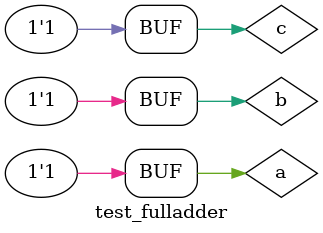
<source format=v>
`timescale 1ns / 1ps


module test_fulladder();
    reg a,b,c;
    wire sumPOS, carryPOS;
    
    POS_fullAdder ckt (a,b,c,sumPOS,carryPOS);
    SOP_fullAdder ckt2 (a,b,c,sumSOP,carrySOP);
    initial 
    begin
    a = 1'b0;
	b = 1'b0;
	c = 1'b1;
	#100
	a = 1'b0;
	b = 1'b1;
	c = 1'b0;
	#100
	a = 1'b0;
	b = 1'b1;
	c = 1'b1;
	#100
	a = 1'b1;
	b = 1'b0;
	c = 1'b0;
	#100
	a = 1'b1;
	b = 1'b0;
	c = 1'b1;
	#100
	a = 1'b1;
	b = 1'b1;
	c = 1'b0;
	#100
	a = 1'b1;
	b = 1'b1;
	c = 1'b1;
    end
endmodule

</source>
